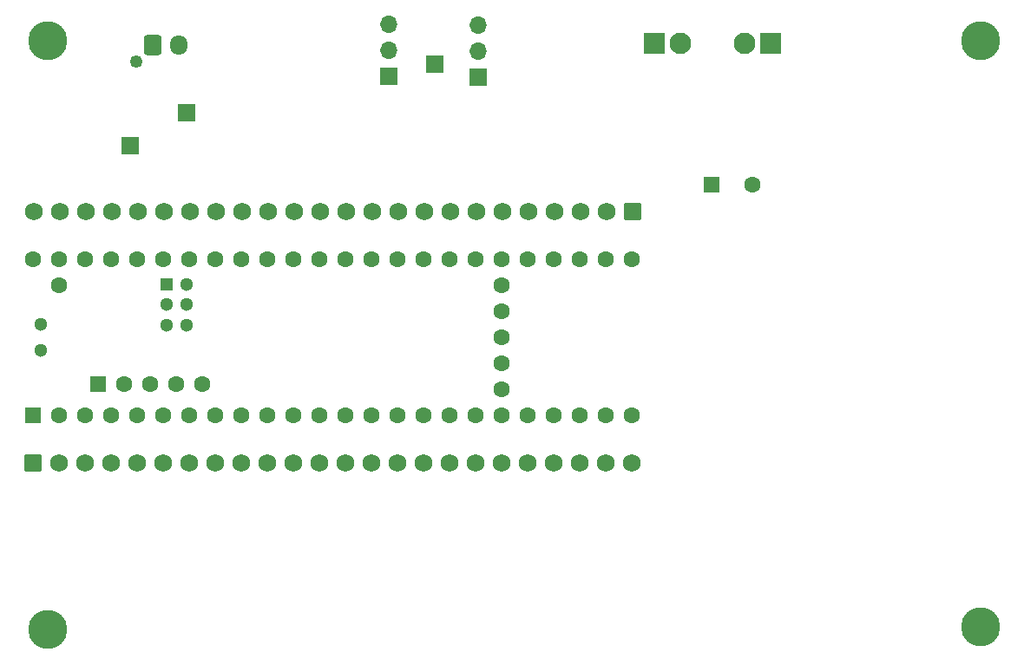
<source format=gbs>
G04 #@! TF.GenerationSoftware,KiCad,Pcbnew,8.0.5*
G04 #@! TF.CreationDate,2025-03-10T17:55:26-07:00*
G04 #@! TF.ProjectId,flightcomputerv1,666c6967-6874-4636-9f6d-707574657276,rev?*
G04 #@! TF.SameCoordinates,Original*
G04 #@! TF.FileFunction,Soldermask,Bot*
G04 #@! TF.FilePolarity,Negative*
%FSLAX46Y46*%
G04 Gerber Fmt 4.6, Leading zero omitted, Abs format (unit mm)*
G04 Created by KiCad (PCBNEW 8.0.5) date 2025-03-10 17:55:26*
%MOMM*%
%LPD*%
G01*
G04 APERTURE LIST*
G04 Aperture macros list*
%AMRoundRect*
0 Rectangle with rounded corners*
0 $1 Rounding radius*
0 $2 $3 $4 $5 $6 $7 $8 $9 X,Y pos of 4 corners*
0 Add a 4 corners polygon primitive as box body*
4,1,4,$2,$3,$4,$5,$6,$7,$8,$9,$2,$3,0*
0 Add four circle primitives for the rounded corners*
1,1,$1+$1,$2,$3*
1,1,$1+$1,$4,$5*
1,1,$1+$1,$6,$7*
1,1,$1+$1,$8,$9*
0 Add four rect primitives between the rounded corners*
20,1,$1+$1,$2,$3,$4,$5,0*
20,1,$1+$1,$4,$5,$6,$7,0*
20,1,$1+$1,$6,$7,$8,$9,0*
20,1,$1+$1,$8,$9,$2,$3,0*%
G04 Aperture macros list end*
%ADD10R,1.700000X1.700000*%
%ADD11O,1.700000X1.700000*%
%ADD12C,2.100000*%
%ADD13R,2.100000X2.100000*%
%ADD14C,3.800000*%
%ADD15R,1.600000X1.600000*%
%ADD16C,1.600000*%
%ADD17R,1.300000X1.300000*%
%ADD18C,1.300000*%
%ADD19RoundRect,0.250000X0.620000X0.620000X-0.620000X0.620000X-0.620000X-0.620000X0.620000X-0.620000X0*%
%ADD20C,1.740000*%
%ADD21C,1.250000*%
%ADD22RoundRect,0.250000X-0.600000X-0.725000X0.600000X-0.725000X0.600000X0.725000X-0.600000X0.725000X0*%
%ADD23O,1.700000X1.950000*%
%ADD24RoundRect,0.250000X-0.620000X-0.620000X0.620000X-0.620000X0.620000X0.620000X-0.620000X0.620000X0*%
G04 APERTURE END LIST*
D10*
X91500000Y-66000000D03*
X61750000Y-74000000D03*
X67250000Y-70750000D03*
X95750000Y-67290000D03*
D11*
X95750000Y-64750000D03*
X95750000Y-62210000D03*
D10*
X87000000Y-67250000D03*
D11*
X87000000Y-64710000D03*
X87000000Y-62170000D03*
D12*
X115500000Y-64000000D03*
D13*
X112960000Y-64000000D03*
D14*
X144750000Y-121000000D03*
D15*
X118500000Y-77750000D03*
D16*
X122500000Y-77750000D03*
D14*
X53750000Y-63750000D03*
D15*
X52324590Y-100302931D03*
D16*
X54864590Y-100302931D03*
X57404590Y-100302931D03*
X59944590Y-100302931D03*
X62484590Y-100302931D03*
X65024590Y-100302931D03*
X67564590Y-100302931D03*
X70104590Y-100302931D03*
X72644590Y-100302931D03*
X75184590Y-100302931D03*
X77724590Y-100302931D03*
X80264590Y-100302931D03*
X82804590Y-100302931D03*
X85344590Y-100302931D03*
X87884590Y-100302931D03*
X90424590Y-100302931D03*
X92964590Y-100302931D03*
X95504590Y-100302931D03*
X98044590Y-100302931D03*
X100584590Y-100302931D03*
X103124590Y-100302931D03*
X105664590Y-100302931D03*
X108204590Y-100302931D03*
X110744590Y-100302931D03*
X110744590Y-85062931D03*
X108204590Y-85062931D03*
X105664590Y-85062931D03*
X103124590Y-85062931D03*
X100584590Y-85062931D03*
X98044590Y-85062931D03*
X95504590Y-85062931D03*
X92964590Y-85062931D03*
X90424590Y-85062931D03*
X87884590Y-85062931D03*
X85344590Y-85062931D03*
X82804590Y-85062931D03*
X80264590Y-85062931D03*
X77724590Y-85062931D03*
X75184590Y-85062931D03*
X72644590Y-85062931D03*
X70104590Y-85062931D03*
X67564590Y-85062931D03*
X65024590Y-85062931D03*
X62484590Y-85062931D03*
X59944590Y-85062931D03*
X57404590Y-85062931D03*
X54864590Y-85062931D03*
X52324590Y-85062931D03*
X54864590Y-87602931D03*
X98044590Y-97762931D03*
X98044590Y-95222931D03*
X98044590Y-92682931D03*
X98044590Y-90142931D03*
X98044590Y-87602931D03*
D15*
X58623790Y-97252131D03*
D16*
X61163790Y-97252131D03*
X63703790Y-97252131D03*
X66243790Y-97252131D03*
X68783790Y-97252131D03*
D17*
X65294590Y-87501331D03*
D18*
X65294590Y-89501331D03*
X65294590Y-91501331D03*
X67294590Y-91501331D03*
X67294590Y-89501331D03*
X67294590Y-87501331D03*
X53054590Y-91412931D03*
X53054590Y-93952931D03*
D19*
X110764590Y-80382931D03*
D20*
X108224590Y-80382931D03*
X105684590Y-80382931D03*
X103144590Y-80382931D03*
X100604590Y-80382931D03*
X98064590Y-80382931D03*
X95524590Y-80382931D03*
X92984590Y-80382931D03*
X90444590Y-80382931D03*
X87904590Y-80382931D03*
X85364590Y-80382931D03*
X82824590Y-80382931D03*
X80284590Y-80382931D03*
X77744590Y-80382931D03*
X75204590Y-80382931D03*
X72664590Y-80382931D03*
X70124590Y-80382931D03*
X67584590Y-80382931D03*
X65044590Y-80382931D03*
X62504590Y-80382931D03*
X59964590Y-80382931D03*
X57424590Y-80382931D03*
X54884590Y-80382931D03*
X52344590Y-80382931D03*
D14*
X144750000Y-63750000D03*
D21*
X62384590Y-65745431D03*
D22*
X63984590Y-64145431D03*
D23*
X66484590Y-64145431D03*
D14*
X53750000Y-121250000D03*
D13*
X124270000Y-64000000D03*
D12*
X121730000Y-64000000D03*
D24*
X52330000Y-105000000D03*
D20*
X54870000Y-105000000D03*
X57410000Y-105000000D03*
X59950000Y-105000000D03*
X62490000Y-105000000D03*
X65030000Y-105000000D03*
X67570000Y-105000000D03*
X70110000Y-105000000D03*
X72650000Y-105000000D03*
X75190000Y-105000000D03*
X77730000Y-105000000D03*
X80270000Y-105000000D03*
X82810000Y-105000000D03*
X85350000Y-105000000D03*
X87890000Y-105000000D03*
X90430000Y-105000000D03*
X92970000Y-105000000D03*
X95510000Y-105000000D03*
X98050000Y-105000000D03*
X100590000Y-105000000D03*
X103130000Y-105000000D03*
X105670000Y-105000000D03*
X108210000Y-105000000D03*
X110750000Y-105000000D03*
M02*

</source>
